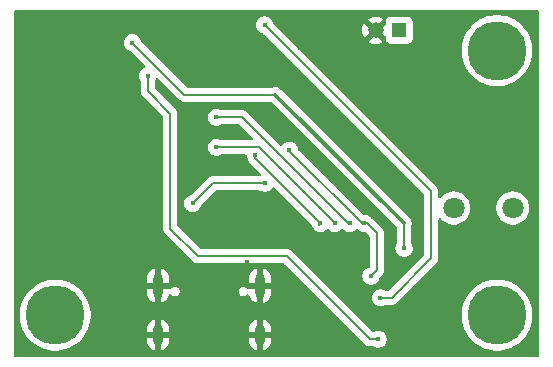
<source format=gbr>
%TF.GenerationSoftware,KiCad,Pcbnew,9.0.5*%
%TF.CreationDate,2025-11-11T23:36:27-05:00*%
%TF.ProjectId,F25,4632352e-6b69-4636-9164-5f7063625858,v1.0.1*%
%TF.SameCoordinates,Original*%
%TF.FileFunction,Copper,L2,Bot*%
%TF.FilePolarity,Positive*%
%FSLAX46Y46*%
G04 Gerber Fmt 4.6, Leading zero omitted, Abs format (unit mm)*
G04 Created by KiCad (PCBNEW 9.0.5) date 2025-11-11 23:36:27*
%MOMM*%
%LPD*%
G01*
G04 APERTURE LIST*
%TA.AperFunction,ComponentPad*%
%ADD10C,0.600000*%
%TD*%
%TA.AperFunction,ComponentPad*%
%ADD11C,5.000000*%
%TD*%
%TA.AperFunction,HeatsinkPad*%
%ADD12C,0.600000*%
%TD*%
%TA.AperFunction,ComponentPad*%
%ADD13R,1.308000X1.308000*%
%TD*%
%TA.AperFunction,ComponentPad*%
%ADD14C,1.308000*%
%TD*%
%TA.AperFunction,HeatsinkPad*%
%ADD15O,0.900000X2.000000*%
%TD*%
%TA.AperFunction,HeatsinkPad*%
%ADD16O,0.900000X1.700000*%
%TD*%
%TA.AperFunction,ComponentPad*%
%ADD17C,1.800000*%
%TD*%
%TA.AperFunction,ViaPad*%
%ADD18C,0.450000*%
%TD*%
%TA.AperFunction,Conductor*%
%ADD19C,0.200000*%
%TD*%
%TA.AperFunction,Conductor*%
%ADD20C,0.300000*%
%TD*%
G04 APERTURE END LIST*
D10*
%TO.P,H3,1*%
%TO.N,N/C*%
X137500000Y-111500000D03*
X138090000Y-110090000D03*
X138090000Y-112910000D03*
D11*
X139470000Y-111465000D03*
D10*
X139500000Y-109500000D03*
X139500000Y-113500000D03*
X140910000Y-110090000D03*
X140910000Y-112910000D03*
X141500000Y-111500000D03*
%TD*%
D12*
%TO.P,U4,41,EPAD(GND)*%
%TO.N,BAT-*%
X144150000Y-98250000D03*
X145550000Y-98250000D03*
X143450000Y-97550000D03*
X144850000Y-97550000D03*
X146250000Y-97550000D03*
X144150000Y-96850000D03*
X145550000Y-96850000D03*
X143450000Y-96150000D03*
X144850000Y-96150000D03*
X146250000Y-96150000D03*
X144150000Y-95450000D03*
X145550000Y-95450000D03*
%TD*%
D13*
%TO.P,J3,1,1*%
%TO.N,BAT+*%
X168600000Y-87350000D03*
D14*
%TO.P,J3,2,2*%
%TO.N,BAT-*%
X166600000Y-87350000D03*
%TD*%
D15*
%TO.P,J4,S1,SHIELD*%
%TO.N,BAT-*%
X148180000Y-108970000D03*
D16*
X148180000Y-113140000D03*
D15*
X156820000Y-108970000D03*
D16*
X156820000Y-113140000D03*
%TD*%
D17*
%TO.P,LS1,1*%
%TO.N,Net-(LS1-Pad1)*%
X178199990Y-102400000D03*
%TO.P,LS1,2*%
%TO.N,Net-(Q1-D)*%
X173200010Y-102400000D03*
%TD*%
D10*
%TO.P,H1,1*%
%TO.N,N/C*%
X174900000Y-89100000D03*
X175490000Y-87690000D03*
X175490000Y-90510000D03*
D11*
X176870000Y-89065000D03*
D10*
X176900000Y-87100000D03*
X176900000Y-91100000D03*
X178310000Y-87690000D03*
X178310000Y-90510000D03*
X178900000Y-89100000D03*
%TD*%
%TO.P,H2,1*%
%TO.N,N/C*%
X174900000Y-111500000D03*
X175490000Y-110090000D03*
X175490000Y-112910000D03*
D11*
X176870000Y-111465000D03*
D10*
X176900000Y-109500000D03*
X176900000Y-113500000D03*
X178310000Y-110090000D03*
X178310000Y-112910000D03*
X178900000Y-111500000D03*
%TD*%
D18*
%TO.N,BAT-*%
X149300000Y-107000000D03*
X167800000Y-108500000D03*
X171200000Y-94500000D03*
X162500000Y-95500000D03*
X165000000Y-114500000D03*
X163150000Y-108100000D03*
X158900000Y-104690001D03*
X164400000Y-108090509D03*
X160475000Y-109275000D03*
X136500000Y-107000000D03*
X155700000Y-107000000D03*
X137100000Y-88500000D03*
X142100000Y-107900000D03*
X173100000Y-113700000D03*
X164300000Y-95800000D03*
X169100000Y-95800000D03*
X171700000Y-110600000D03*
X169700000Y-96800000D03*
X136500000Y-106000000D03*
X157900000Y-104690001D03*
X163500000Y-89100000D03*
X165600000Y-102200000D03*
X146500001Y-109800000D03*
%TO.N,/SDA*%
X157200000Y-100300000D03*
X151100000Y-102000000D03*
%TO.N,/MOSI*%
X153100000Y-97255000D03*
X163150000Y-103700000D03*
%TO.N,/ESP_IO0*%
X167000000Y-110000000D03*
X157200000Y-86900000D03*
%TO.N,/BUZZER*%
X146000000Y-88400000D03*
X169000000Y-105800000D03*
%TO.N,/LED*%
X147290000Y-91200000D03*
X166800000Y-113500000D03*
%TO.N,/SCK*%
X156400000Y-97900000D03*
X161900000Y-103700000D03*
%TO.N,/CS*%
X159300000Y-97500000D03*
X165650000Y-103700000D03*
X166200000Y-108150000D03*
%TO.N,/MISO*%
X164400000Y-103700000D03*
X153100000Y-94715000D03*
%TD*%
D19*
%TO.N,/SDA*%
X157200000Y-100300000D02*
X152800000Y-100300000D01*
X152800000Y-100300000D02*
X151100000Y-102000000D01*
%TO.N,/MOSI*%
X153100000Y-97200000D02*
X153155000Y-97255000D01*
X153155000Y-97255000D02*
X156755000Y-97255000D01*
X163150000Y-103650000D02*
X163150000Y-103774999D01*
X156755000Y-97255000D02*
X163150000Y-103650000D01*
%TO.N,/ESP_IO0*%
X167943877Y-110000000D02*
X171300000Y-106643877D01*
X171300000Y-101000000D02*
X157200000Y-86900000D01*
X171300000Y-106643877D02*
X171300000Y-101000000D01*
X167000000Y-110000000D02*
X167943877Y-110000000D01*
%TO.N,/BUZZER*%
X158100000Y-92800000D02*
X150400000Y-92800000D01*
X169000000Y-105800000D02*
X169000000Y-103700000D01*
X150400000Y-92800000D02*
X146000000Y-88400000D01*
D20*
X169000000Y-103700000D02*
X158100000Y-92800000D01*
D19*
%TO.N,/LED*%
X149200000Y-94400000D02*
X149200000Y-104149943D01*
X151524057Y-106474000D02*
X159074000Y-106474000D01*
X149200000Y-104149943D02*
X151524057Y-106474000D01*
X159074000Y-106474000D02*
X166100000Y-113500000D01*
X166100000Y-113500000D02*
X166800000Y-113500000D01*
X147290000Y-91200000D02*
X147290000Y-92490000D01*
X147290000Y-92490000D02*
X149200000Y-94400000D01*
%TO.N,/SCK*%
X156400000Y-98187499D02*
X156400000Y-97900000D01*
X161825001Y-103612500D02*
X156400000Y-98187499D01*
X161825001Y-103800000D02*
X161825001Y-103612500D01*
%TO.N,/CS*%
X166700000Y-107645836D02*
X166700000Y-104556123D01*
X159300000Y-97550000D02*
X159300000Y-97500000D01*
X166186345Y-108159491D02*
X166700000Y-107645836D01*
X165843877Y-103700000D02*
X165450000Y-103700000D01*
X165450000Y-103700000D02*
X159300000Y-97550000D01*
X166700000Y-104556123D02*
X165843877Y-103700000D01*
%TO.N,/MISO*%
X153100000Y-94700000D02*
X153115000Y-94715000D01*
X153115000Y-94715000D02*
X155315000Y-94715000D01*
X155315000Y-94715000D02*
X164374999Y-103774999D01*
%TD*%
%TA.AperFunction,Conductor*%
%TO.N,BAT-*%
G36*
X180347539Y-85640185D02*
G01*
X180393294Y-85692989D01*
X180404500Y-85744500D01*
X180404500Y-114895500D01*
X180384815Y-114962539D01*
X180332011Y-115008294D01*
X180280500Y-115019500D01*
X136129500Y-115019500D01*
X136062461Y-114999815D01*
X136016706Y-114947011D01*
X136005500Y-114895500D01*
X136005500Y-111296491D01*
X136469500Y-111296491D01*
X136469500Y-111633508D01*
X136507231Y-111968381D01*
X136507233Y-111968397D01*
X136582223Y-112296953D01*
X136582227Y-112296965D01*
X136693532Y-112615054D01*
X136839752Y-112918683D01*
X136839754Y-112918686D01*
X137019054Y-113204039D01*
X137229175Y-113467523D01*
X137467477Y-113705825D01*
X137730961Y-113915946D01*
X138016314Y-114095246D01*
X138319949Y-114241469D01*
X138558848Y-114325063D01*
X138638034Y-114352772D01*
X138638046Y-114352776D01*
X138966606Y-114427767D01*
X139301492Y-114465499D01*
X139301493Y-114465500D01*
X139301496Y-114465500D01*
X139638507Y-114465500D01*
X139638507Y-114465499D01*
X139973394Y-114427767D01*
X140301954Y-114352776D01*
X140620051Y-114241469D01*
X140923686Y-114095246D01*
X141209039Y-113915946D01*
X141472523Y-113705825D01*
X141710825Y-113467523D01*
X141920946Y-113204039D01*
X142100246Y-112918686D01*
X142231359Y-112646428D01*
X147230000Y-112646428D01*
X147230000Y-112890000D01*
X147880000Y-112890000D01*
X147880000Y-113390000D01*
X147230000Y-113390000D01*
X147230000Y-113633571D01*
X147266506Y-113817097D01*
X147266508Y-113817105D01*
X147338119Y-113989991D01*
X147338124Y-113990000D01*
X147442086Y-114145589D01*
X147442089Y-114145593D01*
X147574406Y-114277910D01*
X147574410Y-114277913D01*
X147729999Y-114381875D01*
X147730012Y-114381882D01*
X147902889Y-114453489D01*
X147902896Y-114453491D01*
X147930000Y-114458882D01*
X147930000Y-113706988D01*
X147939940Y-113724205D01*
X147995795Y-113780060D01*
X148064204Y-113819556D01*
X148140504Y-113840000D01*
X148219496Y-113840000D01*
X148295796Y-113819556D01*
X148364205Y-113780060D01*
X148420060Y-113724205D01*
X148430000Y-113706988D01*
X148430000Y-114458881D01*
X148457103Y-114453491D01*
X148457110Y-114453489D01*
X148629987Y-114381882D01*
X148630000Y-114381875D01*
X148785589Y-114277913D01*
X148785593Y-114277910D01*
X148917910Y-114145593D01*
X148917913Y-114145589D01*
X149021875Y-113990000D01*
X149021880Y-113989991D01*
X149093491Y-113817105D01*
X149093493Y-113817097D01*
X149129999Y-113633571D01*
X149130000Y-113633569D01*
X149130000Y-113390000D01*
X148480000Y-113390000D01*
X148480000Y-112890000D01*
X149130000Y-112890000D01*
X149130000Y-112646430D01*
X149129999Y-112646428D01*
X155870000Y-112646428D01*
X155870000Y-112890000D01*
X156520000Y-112890000D01*
X156520000Y-113390000D01*
X155870000Y-113390000D01*
X155870000Y-113633571D01*
X155906506Y-113817097D01*
X155906508Y-113817105D01*
X155978119Y-113989991D01*
X155978124Y-113990000D01*
X156082086Y-114145589D01*
X156082089Y-114145593D01*
X156214406Y-114277910D01*
X156214410Y-114277913D01*
X156369999Y-114381875D01*
X156370012Y-114381882D01*
X156542889Y-114453489D01*
X156542896Y-114453491D01*
X156570000Y-114458882D01*
X156570000Y-113706988D01*
X156579940Y-113724205D01*
X156635795Y-113780060D01*
X156704204Y-113819556D01*
X156780504Y-113840000D01*
X156859496Y-113840000D01*
X156935796Y-113819556D01*
X157004205Y-113780060D01*
X157060060Y-113724205D01*
X157070000Y-113706988D01*
X157070000Y-114458881D01*
X157097103Y-114453491D01*
X157097110Y-114453489D01*
X157269987Y-114381882D01*
X157270000Y-114381875D01*
X157425589Y-114277913D01*
X157425593Y-114277910D01*
X157557910Y-114145593D01*
X157557913Y-114145589D01*
X157661875Y-113990000D01*
X157661880Y-113989991D01*
X157733491Y-113817105D01*
X157733493Y-113817097D01*
X157769999Y-113633571D01*
X157770000Y-113633569D01*
X157770000Y-113390000D01*
X157120000Y-113390000D01*
X157120000Y-112890000D01*
X157770000Y-112890000D01*
X157770000Y-112646430D01*
X157769999Y-112646428D01*
X157733493Y-112462902D01*
X157733491Y-112462894D01*
X157661880Y-112290008D01*
X157661875Y-112289999D01*
X157557913Y-112134410D01*
X157557910Y-112134406D01*
X157425593Y-112002089D01*
X157425589Y-112002086D01*
X157270000Y-111898124D01*
X157269991Y-111898119D01*
X157097103Y-111826507D01*
X157097100Y-111826506D01*
X157070000Y-111821115D01*
X157070000Y-112573011D01*
X157060060Y-112555795D01*
X157004205Y-112499940D01*
X156935796Y-112460444D01*
X156859496Y-112440000D01*
X156780504Y-112440000D01*
X156704204Y-112460444D01*
X156635795Y-112499940D01*
X156579940Y-112555795D01*
X156570000Y-112573011D01*
X156570000Y-111821116D01*
X156569999Y-111821115D01*
X156542899Y-111826506D01*
X156542896Y-111826507D01*
X156370008Y-111898119D01*
X156369999Y-111898124D01*
X156214410Y-112002086D01*
X156214406Y-112002089D01*
X156082089Y-112134406D01*
X156082086Y-112134410D01*
X155978124Y-112289999D01*
X155978119Y-112290008D01*
X155906508Y-112462894D01*
X155906506Y-112462902D01*
X155870000Y-112646428D01*
X149129999Y-112646428D01*
X149093493Y-112462902D01*
X149093491Y-112462894D01*
X149021880Y-112290008D01*
X149021875Y-112289999D01*
X148917913Y-112134410D01*
X148917910Y-112134406D01*
X148785593Y-112002089D01*
X148785589Y-112002086D01*
X148630000Y-111898124D01*
X148629991Y-111898119D01*
X148457103Y-111826507D01*
X148457100Y-111826506D01*
X148430000Y-111821115D01*
X148430000Y-112573011D01*
X148420060Y-112555795D01*
X148364205Y-112499940D01*
X148295796Y-112460444D01*
X148219496Y-112440000D01*
X148140504Y-112440000D01*
X148064204Y-112460444D01*
X147995795Y-112499940D01*
X147939940Y-112555795D01*
X147930000Y-112573011D01*
X147930000Y-111821116D01*
X147929999Y-111821115D01*
X147902899Y-111826506D01*
X147902896Y-111826507D01*
X147730008Y-111898119D01*
X147729999Y-111898124D01*
X147574410Y-112002086D01*
X147574406Y-112002089D01*
X147442089Y-112134406D01*
X147442086Y-112134410D01*
X147338124Y-112289999D01*
X147338119Y-112290008D01*
X147266508Y-112462894D01*
X147266506Y-112462902D01*
X147230000Y-112646428D01*
X142231359Y-112646428D01*
X142246469Y-112615051D01*
X142357776Y-112296954D01*
X142432767Y-111968394D01*
X142470500Y-111633504D01*
X142470500Y-111296496D01*
X142432767Y-110961606D01*
X142357776Y-110633046D01*
X142246469Y-110314949D01*
X142100246Y-110011314D01*
X141920946Y-109725961D01*
X141710825Y-109462477D01*
X141472523Y-109224175D01*
X141447333Y-109204087D01*
X141353829Y-109129520D01*
X141209039Y-109014054D01*
X140944162Y-108847620D01*
X140923683Y-108834752D01*
X140620054Y-108688532D01*
X140301965Y-108577227D01*
X140301953Y-108577223D01*
X139973397Y-108502233D01*
X139973381Y-108502231D01*
X139638508Y-108464500D01*
X139638504Y-108464500D01*
X139301496Y-108464500D01*
X139301491Y-108464500D01*
X138966618Y-108502231D01*
X138966602Y-108502233D01*
X138638046Y-108577223D01*
X138638034Y-108577227D01*
X138319945Y-108688532D01*
X138016316Y-108834752D01*
X137730962Y-109014053D01*
X137467477Y-109224174D01*
X137229174Y-109462477D01*
X137019053Y-109725962D01*
X136839752Y-110011316D01*
X136693532Y-110314945D01*
X136582227Y-110633034D01*
X136582223Y-110633046D01*
X136507233Y-110961602D01*
X136507231Y-110961618D01*
X136469500Y-111296491D01*
X136005500Y-111296491D01*
X136005500Y-108326428D01*
X147230000Y-108326428D01*
X147230000Y-108720000D01*
X147880000Y-108720000D01*
X147880000Y-109220000D01*
X147230000Y-109220000D01*
X147230000Y-109613571D01*
X147266506Y-109797097D01*
X147266508Y-109797105D01*
X147338119Y-109969991D01*
X147338124Y-109970000D01*
X147442086Y-110125589D01*
X147442089Y-110125593D01*
X147574406Y-110257910D01*
X147574410Y-110257913D01*
X147729999Y-110361875D01*
X147730012Y-110361882D01*
X147902889Y-110433489D01*
X147902896Y-110433491D01*
X147930000Y-110438882D01*
X147930000Y-109686988D01*
X147939940Y-109704205D01*
X147995795Y-109760060D01*
X148064204Y-109799556D01*
X148140504Y-109820000D01*
X148219496Y-109820000D01*
X148295796Y-109799556D01*
X148364205Y-109760060D01*
X148420060Y-109704205D01*
X148430000Y-109686988D01*
X148430000Y-110438881D01*
X148457103Y-110433491D01*
X148457110Y-110433489D01*
X148629987Y-110361882D01*
X148630000Y-110361875D01*
X148785589Y-110257913D01*
X148785593Y-110257910D01*
X148917910Y-110125593D01*
X148917913Y-110125589D01*
X149021875Y-109970000D01*
X149021880Y-109969991D01*
X149093491Y-109797105D01*
X149093493Y-109797100D01*
X149097544Y-109776731D01*
X149129926Y-109714818D01*
X149190640Y-109680242D01*
X149260410Y-109683979D01*
X149306843Y-109713236D01*
X149364087Y-109770480D01*
X149455413Y-109823207D01*
X149557273Y-109850500D01*
X149557275Y-109850500D01*
X149662725Y-109850500D01*
X149662727Y-109850500D01*
X149764587Y-109823207D01*
X149855913Y-109770480D01*
X149930480Y-109695913D01*
X149983207Y-109604587D01*
X150010500Y-109502727D01*
X150010500Y-109397273D01*
X154989500Y-109397273D01*
X154989500Y-109502727D01*
X155016793Y-109604587D01*
X155069520Y-109695913D01*
X155144087Y-109770480D01*
X155235413Y-109823207D01*
X155337273Y-109850500D01*
X155337275Y-109850500D01*
X155442725Y-109850500D01*
X155442727Y-109850500D01*
X155544587Y-109823207D01*
X155635913Y-109770480D01*
X155693159Y-109713233D01*
X155754478Y-109679751D01*
X155824170Y-109684735D01*
X155880104Y-109726606D01*
X155902454Y-109776726D01*
X155906506Y-109797098D01*
X155906508Y-109797105D01*
X155978119Y-109969991D01*
X155978124Y-109970000D01*
X156082086Y-110125589D01*
X156082089Y-110125593D01*
X156214406Y-110257910D01*
X156214410Y-110257913D01*
X156369999Y-110361875D01*
X156370012Y-110361882D01*
X156542889Y-110433489D01*
X156542896Y-110433491D01*
X156570000Y-110438882D01*
X156570000Y-109686988D01*
X156579940Y-109704205D01*
X156635795Y-109760060D01*
X156704204Y-109799556D01*
X156780504Y-109820000D01*
X156859496Y-109820000D01*
X156935796Y-109799556D01*
X157004205Y-109760060D01*
X157060060Y-109704205D01*
X157070000Y-109686988D01*
X157070000Y-110438881D01*
X157097103Y-110433491D01*
X157097110Y-110433489D01*
X157269987Y-110361882D01*
X157270000Y-110361875D01*
X157425589Y-110257913D01*
X157425593Y-110257910D01*
X157557910Y-110125593D01*
X157557913Y-110125589D01*
X157661875Y-109970000D01*
X157661880Y-109969991D01*
X157733491Y-109797105D01*
X157733493Y-109797097D01*
X157769999Y-109613571D01*
X157770000Y-109613569D01*
X157770000Y-109220000D01*
X157120000Y-109220000D01*
X157120000Y-108720000D01*
X157770000Y-108720000D01*
X157770000Y-108326430D01*
X157769999Y-108326428D01*
X157733493Y-108142902D01*
X157733491Y-108142894D01*
X157661880Y-107970008D01*
X157661875Y-107969999D01*
X157557913Y-107814410D01*
X157557910Y-107814406D01*
X157425593Y-107682089D01*
X157425589Y-107682086D01*
X157270000Y-107578124D01*
X157269991Y-107578119D01*
X157097103Y-107506507D01*
X157097100Y-107506506D01*
X157070000Y-107501115D01*
X157070000Y-108253011D01*
X157060060Y-108235795D01*
X157004205Y-108179940D01*
X156935796Y-108140444D01*
X156859496Y-108120000D01*
X156780504Y-108120000D01*
X156704204Y-108140444D01*
X156635795Y-108179940D01*
X156579940Y-108235795D01*
X156570000Y-108253011D01*
X156570000Y-107501116D01*
X156569999Y-107501115D01*
X156542899Y-107506506D01*
X156542896Y-107506507D01*
X156370008Y-107578119D01*
X156369999Y-107578124D01*
X156214410Y-107682086D01*
X156214406Y-107682089D01*
X156082089Y-107814406D01*
X156082086Y-107814410D01*
X155978124Y-107969999D01*
X155978119Y-107970008D01*
X155906508Y-108142894D01*
X155906506Y-108142902D01*
X155870000Y-108326428D01*
X155870000Y-108720000D01*
X156520000Y-108720000D01*
X156520000Y-109220000D01*
X155856799Y-109220000D01*
X155824551Y-109237608D01*
X155754860Y-109232622D01*
X155710515Y-109204122D01*
X155635914Y-109129521D01*
X155635913Y-109129520D01*
X155544587Y-109076793D01*
X155442727Y-109049500D01*
X155337273Y-109049500D01*
X155235413Y-109076793D01*
X155235410Y-109076794D01*
X155144085Y-109129521D01*
X155069521Y-109204085D01*
X155016794Y-109295410D01*
X155016793Y-109295413D01*
X154989500Y-109397273D01*
X150010500Y-109397273D01*
X149983207Y-109295413D01*
X149930480Y-109204087D01*
X149855913Y-109129520D01*
X149764587Y-109076793D01*
X149662727Y-109049500D01*
X149557273Y-109049500D01*
X149455413Y-109076793D01*
X149455410Y-109076794D01*
X149364087Y-109129520D01*
X149289484Y-109204123D01*
X149228160Y-109237607D01*
X149158469Y-109232622D01*
X149138829Y-109220000D01*
X148480000Y-109220000D01*
X148480000Y-108720000D01*
X149130000Y-108720000D01*
X149130000Y-108326430D01*
X149129999Y-108326428D01*
X149093493Y-108142902D01*
X149093491Y-108142894D01*
X149021880Y-107970008D01*
X149021875Y-107969999D01*
X148917913Y-107814410D01*
X148917910Y-107814406D01*
X148785593Y-107682089D01*
X148785589Y-107682086D01*
X148630000Y-107578124D01*
X148629991Y-107578119D01*
X148457103Y-107506507D01*
X148457100Y-107506506D01*
X148430000Y-107501115D01*
X148430000Y-108253011D01*
X148420060Y-108235795D01*
X148364205Y-108179940D01*
X148295796Y-108140444D01*
X148219496Y-108120000D01*
X148140504Y-108120000D01*
X148064204Y-108140444D01*
X147995795Y-108179940D01*
X147939940Y-108235795D01*
X147930000Y-108253011D01*
X147930000Y-107501116D01*
X147929999Y-107501115D01*
X147902899Y-107506506D01*
X147902896Y-107506507D01*
X147730008Y-107578119D01*
X147729999Y-107578124D01*
X147574410Y-107682086D01*
X147574406Y-107682089D01*
X147442089Y-107814406D01*
X147442086Y-107814410D01*
X147338124Y-107969999D01*
X147338119Y-107970008D01*
X147266508Y-108142894D01*
X147266506Y-108142902D01*
X147230000Y-108326428D01*
X136005500Y-108326428D01*
X136005500Y-88471457D01*
X145274499Y-88471457D01*
X145302379Y-88611614D01*
X145302381Y-88611620D01*
X145357069Y-88743650D01*
X145357074Y-88743659D01*
X145436467Y-88862478D01*
X145436470Y-88862482D01*
X145537517Y-88963529D01*
X145537521Y-88963532D01*
X145656340Y-89042925D01*
X145656346Y-89042928D01*
X145656347Y-89042929D01*
X145788380Y-89097619D01*
X145826391Y-89105179D01*
X145888302Y-89137564D01*
X145889881Y-89139116D01*
X147070734Y-90319969D01*
X147104219Y-90381292D01*
X147099235Y-90450984D01*
X147057363Y-90506917D01*
X147030506Y-90522211D01*
X146946349Y-90557069D01*
X146946340Y-90557074D01*
X146827521Y-90636467D01*
X146827517Y-90636470D01*
X146726470Y-90737517D01*
X146726467Y-90737521D01*
X146647074Y-90856340D01*
X146647069Y-90856349D01*
X146592381Y-90988379D01*
X146592379Y-90988385D01*
X146564500Y-91128542D01*
X146564500Y-91128545D01*
X146564500Y-91271455D01*
X146564500Y-91271457D01*
X146564499Y-91271457D01*
X146592379Y-91411614D01*
X146592381Y-91411620D01*
X146647070Y-91543651D01*
X146668601Y-91575874D01*
X146689480Y-91642551D01*
X146689500Y-91644766D01*
X146689500Y-92403330D01*
X146689499Y-92403348D01*
X146689499Y-92569054D01*
X146689498Y-92569054D01*
X146730423Y-92721785D01*
X146759358Y-92771900D01*
X146759359Y-92771904D01*
X146759360Y-92771904D01*
X146809479Y-92858714D01*
X146809481Y-92858717D01*
X146928349Y-92977585D01*
X146928355Y-92977590D01*
X148563181Y-94612416D01*
X148596666Y-94673739D01*
X148599500Y-94700097D01*
X148599500Y-104063273D01*
X148599499Y-104063291D01*
X148599499Y-104228997D01*
X148599498Y-104228997D01*
X148599499Y-104229000D01*
X148640423Y-104381728D01*
X148640424Y-104381730D01*
X148640423Y-104381730D01*
X148649598Y-104397620D01*
X148649599Y-104397621D01*
X148719477Y-104518655D01*
X148719481Y-104518660D01*
X148838349Y-104637528D01*
X148838355Y-104637533D01*
X151039196Y-106838374D01*
X151039206Y-106838385D01*
X151043536Y-106842715D01*
X151043537Y-106842716D01*
X151155341Y-106954520D01*
X151242152Y-107004639D01*
X151242154Y-107004641D01*
X151280208Y-107026611D01*
X151292272Y-107033577D01*
X151445000Y-107074501D01*
X151445003Y-107074501D01*
X151610710Y-107074501D01*
X151610726Y-107074500D01*
X158773903Y-107074500D01*
X158840942Y-107094185D01*
X158861584Y-107110819D01*
X165615139Y-113864374D01*
X165615149Y-113864385D01*
X165619479Y-113868715D01*
X165619480Y-113868716D01*
X165731284Y-113980520D01*
X165731286Y-113980521D01*
X165731290Y-113980524D01*
X165868209Y-114059573D01*
X165868216Y-114059577D01*
X165980019Y-114089534D01*
X166020942Y-114100500D01*
X166020943Y-114100500D01*
X166355233Y-114100500D01*
X166422272Y-114120185D01*
X166424124Y-114121398D01*
X166456348Y-114142930D01*
X166522363Y-114170274D01*
X166588380Y-114197619D01*
X166588384Y-114197619D01*
X166588385Y-114197620D01*
X166728542Y-114225500D01*
X166728545Y-114225500D01*
X166871457Y-114225500D01*
X166965751Y-114206742D01*
X167011620Y-114197619D01*
X167143653Y-114142929D01*
X167262479Y-114063532D01*
X167363532Y-113962479D01*
X167442929Y-113843653D01*
X167497619Y-113711620D01*
X167525500Y-113571455D01*
X167525500Y-113428545D01*
X167525500Y-113428542D01*
X167497620Y-113288385D01*
X167497619Y-113288384D01*
X167497619Y-113288380D01*
X167442929Y-113156347D01*
X167442928Y-113156346D01*
X167442925Y-113156340D01*
X167363532Y-113037521D01*
X167363529Y-113037517D01*
X167262482Y-112936470D01*
X167262478Y-112936467D01*
X167143659Y-112857074D01*
X167143650Y-112857069D01*
X167011620Y-112802381D01*
X167011614Y-112802379D01*
X166871457Y-112774500D01*
X166871455Y-112774500D01*
X166728545Y-112774500D01*
X166728543Y-112774500D01*
X166588385Y-112802379D01*
X166588379Y-112802381D01*
X166456348Y-112857070D01*
X166456344Y-112857072D01*
X166451017Y-112860632D01*
X166384340Y-112881510D01*
X166316960Y-112863025D01*
X166294446Y-112845211D01*
X164745726Y-111296491D01*
X173869500Y-111296491D01*
X173869500Y-111633508D01*
X173907231Y-111968381D01*
X173907233Y-111968397D01*
X173982223Y-112296953D01*
X173982227Y-112296965D01*
X174093532Y-112615054D01*
X174239752Y-112918683D01*
X174239754Y-112918686D01*
X174419054Y-113204039D01*
X174629175Y-113467523D01*
X174867477Y-113705825D01*
X175130961Y-113915946D01*
X175416314Y-114095246D01*
X175719949Y-114241469D01*
X175958848Y-114325063D01*
X176038034Y-114352772D01*
X176038046Y-114352776D01*
X176366606Y-114427767D01*
X176701492Y-114465499D01*
X176701493Y-114465500D01*
X176701496Y-114465500D01*
X177038507Y-114465500D01*
X177038507Y-114465499D01*
X177373394Y-114427767D01*
X177701954Y-114352776D01*
X178020051Y-114241469D01*
X178323686Y-114095246D01*
X178609039Y-113915946D01*
X178872523Y-113705825D01*
X179110825Y-113467523D01*
X179320946Y-113204039D01*
X179500246Y-112918686D01*
X179646469Y-112615051D01*
X179757776Y-112296954D01*
X179832767Y-111968394D01*
X179870500Y-111633504D01*
X179870500Y-111296496D01*
X179832767Y-110961606D01*
X179757776Y-110633046D01*
X179646469Y-110314949D01*
X179500246Y-110011314D01*
X179320946Y-109725961D01*
X179110825Y-109462477D01*
X178872523Y-109224175D01*
X178847333Y-109204087D01*
X178753829Y-109129520D01*
X178609039Y-109014054D01*
X178344162Y-108847620D01*
X178323683Y-108834752D01*
X178020054Y-108688532D01*
X177701965Y-108577227D01*
X177701953Y-108577223D01*
X177373397Y-108502233D01*
X177373381Y-108502231D01*
X177038508Y-108464500D01*
X177038504Y-108464500D01*
X176701496Y-108464500D01*
X176701491Y-108464500D01*
X176366618Y-108502231D01*
X176366602Y-108502233D01*
X176038046Y-108577223D01*
X176038034Y-108577227D01*
X175719945Y-108688532D01*
X175416316Y-108834752D01*
X175130962Y-109014053D01*
X174867477Y-109224174D01*
X174629174Y-109462477D01*
X174419053Y-109725962D01*
X174239752Y-110011316D01*
X174093532Y-110314945D01*
X173982227Y-110633034D01*
X173982223Y-110633046D01*
X173907233Y-110961602D01*
X173907231Y-110961618D01*
X173869500Y-111296491D01*
X164745726Y-111296491D01*
X159561590Y-106112355D01*
X159561588Y-106112352D01*
X159442717Y-105993481D01*
X159442716Y-105993480D01*
X159355904Y-105943360D01*
X159355904Y-105943359D01*
X159355900Y-105943358D01*
X159305785Y-105914423D01*
X159153057Y-105873499D01*
X158994943Y-105873499D01*
X158987347Y-105873499D01*
X158987331Y-105873500D01*
X151824154Y-105873500D01*
X151757115Y-105853815D01*
X151736473Y-105837181D01*
X149836819Y-103937527D01*
X149803334Y-103876204D01*
X149800500Y-103849846D01*
X149800500Y-102071457D01*
X150374499Y-102071457D01*
X150402379Y-102211614D01*
X150402381Y-102211620D01*
X150457069Y-102343650D01*
X150457074Y-102343659D01*
X150536467Y-102462478D01*
X150536470Y-102462482D01*
X150637517Y-102563529D01*
X150637521Y-102563532D01*
X150756340Y-102642925D01*
X150756346Y-102642928D01*
X150756347Y-102642929D01*
X150888380Y-102697619D01*
X150888384Y-102697619D01*
X150888385Y-102697620D01*
X151028542Y-102725500D01*
X151028545Y-102725500D01*
X151171457Y-102725500D01*
X151265751Y-102706742D01*
X151311620Y-102697619D01*
X151443653Y-102642929D01*
X151562479Y-102563532D01*
X151663532Y-102462479D01*
X151742929Y-102343653D01*
X151797619Y-102211620D01*
X151805180Y-102173606D01*
X151837563Y-102111697D01*
X151839057Y-102110176D01*
X153012416Y-100936819D01*
X153073739Y-100903334D01*
X153100097Y-100900500D01*
X156755233Y-100900500D01*
X156822272Y-100920185D01*
X156824124Y-100921398D01*
X156856348Y-100942930D01*
X156922363Y-100970274D01*
X156988380Y-100997619D01*
X156988384Y-100997619D01*
X156988385Y-100997620D01*
X157128542Y-101025500D01*
X157128545Y-101025500D01*
X157271457Y-101025500D01*
X157365751Y-101006742D01*
X157411620Y-100997619D01*
X157543653Y-100942929D01*
X157662479Y-100863532D01*
X157763532Y-100762479D01*
X157819086Y-100679337D01*
X157824671Y-100670979D01*
X157878283Y-100626173D01*
X157947608Y-100617466D01*
X158010635Y-100647620D01*
X158015454Y-100652188D01*
X161157779Y-103794513D01*
X161191264Y-103855836D01*
X161191715Y-103858002D01*
X161202379Y-103911614D01*
X161202380Y-103911618D01*
X161257069Y-104043650D01*
X161257074Y-104043659D01*
X161336466Y-104162477D01*
X161336467Y-104162478D01*
X161336468Y-104162479D01*
X161437521Y-104263532D01*
X161437524Y-104263534D01*
X161437526Y-104263536D01*
X161437525Y-104263536D01*
X161442876Y-104267111D01*
X161456285Y-104280520D01*
X161505278Y-104308806D01*
X161528522Y-104324337D01*
X161556339Y-104342924D01*
X161556341Y-104342925D01*
X161556347Y-104342929D01*
X161584782Y-104354707D01*
X161593217Y-104359577D01*
X161602623Y-104362097D01*
X161688380Y-104397619D01*
X161688384Y-104397619D01*
X161688385Y-104397620D01*
X161828542Y-104425500D01*
X161828545Y-104425500D01*
X161971457Y-104425500D01*
X162065751Y-104406742D01*
X162111620Y-104397619D01*
X162243653Y-104342929D01*
X162362479Y-104263532D01*
X162397014Y-104228997D01*
X162437319Y-104188693D01*
X162498642Y-104155208D01*
X162568334Y-104160192D01*
X162612681Y-104188693D01*
X162687517Y-104263529D01*
X162687521Y-104263532D01*
X162806340Y-104342925D01*
X162806349Y-104342930D01*
X162834782Y-104354707D01*
X162938380Y-104397619D01*
X162938384Y-104397619D01*
X162938385Y-104397620D01*
X163078542Y-104425500D01*
X163078545Y-104425500D01*
X163221457Y-104425500D01*
X163315751Y-104406742D01*
X163361620Y-104397619D01*
X163493653Y-104342929D01*
X163612479Y-104263532D01*
X163647014Y-104228997D01*
X163687319Y-104188693D01*
X163748642Y-104155208D01*
X163818334Y-104160192D01*
X163862681Y-104188693D01*
X163937517Y-104263529D01*
X163937521Y-104263532D01*
X164056340Y-104342925D01*
X164056349Y-104342930D01*
X164084782Y-104354707D01*
X164188380Y-104397619D01*
X164188384Y-104397619D01*
X164188385Y-104397620D01*
X164328542Y-104425500D01*
X164328545Y-104425500D01*
X164471457Y-104425500D01*
X164565751Y-104406742D01*
X164611620Y-104397619D01*
X164743653Y-104342929D01*
X164862479Y-104263532D01*
X164927915Y-104198095D01*
X164952351Y-104184752D01*
X164975038Y-104168597D01*
X164982594Y-104168236D01*
X164989235Y-104164611D01*
X165017010Y-104166597D01*
X165044829Y-104165272D01*
X165054909Y-104169307D01*
X165058927Y-104169595D01*
X165077595Y-104178390D01*
X165122095Y-104204082D01*
X165147776Y-104223788D01*
X165187517Y-104263529D01*
X165187521Y-104263532D01*
X165306340Y-104342925D01*
X165306349Y-104342930D01*
X165334782Y-104354707D01*
X165438380Y-104397619D01*
X165438384Y-104397619D01*
X165438385Y-104397620D01*
X165578542Y-104425500D01*
X165578545Y-104425500D01*
X165668780Y-104425500D01*
X165735819Y-104445185D01*
X165756461Y-104461819D01*
X166063181Y-104768539D01*
X166096666Y-104829862D01*
X166099500Y-104856220D01*
X166099500Y-107328513D01*
X166079815Y-107395552D01*
X166027011Y-107441307D01*
X165999694Y-107450130D01*
X165988382Y-107452380D01*
X165988381Y-107452380D01*
X165856349Y-107507069D01*
X165856340Y-107507074D01*
X165737521Y-107586467D01*
X165737517Y-107586470D01*
X165636470Y-107687517D01*
X165636467Y-107687521D01*
X165557074Y-107806340D01*
X165557069Y-107806349D01*
X165502381Y-107938379D01*
X165502379Y-107938385D01*
X165474500Y-108078542D01*
X165474500Y-108078545D01*
X165474500Y-108221455D01*
X165474500Y-108221457D01*
X165474499Y-108221457D01*
X165502379Y-108361614D01*
X165502381Y-108361620D01*
X165557069Y-108493650D01*
X165557074Y-108493659D01*
X165636467Y-108612478D01*
X165636470Y-108612482D01*
X165737517Y-108713529D01*
X165737521Y-108713532D01*
X165856340Y-108792925D01*
X165856346Y-108792928D01*
X165856347Y-108792929D01*
X165988380Y-108847619D01*
X165988384Y-108847619D01*
X165988385Y-108847620D01*
X166128542Y-108875500D01*
X166128545Y-108875500D01*
X166271457Y-108875500D01*
X166365751Y-108856742D01*
X166411620Y-108847619D01*
X166543653Y-108792929D01*
X166662479Y-108713532D01*
X166763532Y-108612479D01*
X166842929Y-108493653D01*
X166897619Y-108361620D01*
X166906214Y-108318407D01*
X166914979Y-108301651D01*
X166918999Y-108283173D01*
X166937741Y-108258136D01*
X166938598Y-108256499D01*
X166940094Y-108254975D01*
X167058506Y-108136564D01*
X167058511Y-108136560D01*
X167068714Y-108126356D01*
X167068716Y-108126356D01*
X167180520Y-108014552D01*
X167230660Y-107927706D01*
X167259577Y-107877621D01*
X167300501Y-107724893D01*
X167300501Y-107566779D01*
X167300501Y-107559184D01*
X167300500Y-107559166D01*
X167300500Y-104645183D01*
X167300501Y-104645170D01*
X167300501Y-104477067D01*
X167291958Y-104445185D01*
X167259577Y-104324339D01*
X167250609Y-104308806D01*
X167180524Y-104187413D01*
X167180518Y-104187405D01*
X166333781Y-103340669D01*
X166324398Y-103331286D01*
X166324397Y-103331284D01*
X166212593Y-103219480D01*
X166174992Y-103197771D01*
X166165318Y-103189065D01*
X166164312Y-103187434D01*
X166160584Y-103184573D01*
X166112482Y-103136470D01*
X166112478Y-103136467D01*
X165993659Y-103057074D01*
X165993650Y-103057069D01*
X165861620Y-103002381D01*
X165861614Y-103002379D01*
X165721457Y-102974500D01*
X165721455Y-102974500D01*
X165625097Y-102974500D01*
X165558058Y-102954815D01*
X165537416Y-102938181D01*
X160051530Y-97452295D01*
X160018045Y-97390972D01*
X160017623Y-97388949D01*
X159997619Y-97288380D01*
X159942929Y-97156347D01*
X159942928Y-97156346D01*
X159942925Y-97156340D01*
X159863532Y-97037521D01*
X159863529Y-97037517D01*
X159762482Y-96936470D01*
X159762478Y-96936467D01*
X159643659Y-96857074D01*
X159643650Y-96857069D01*
X159511620Y-96802381D01*
X159511614Y-96802379D01*
X159371457Y-96774500D01*
X159371455Y-96774500D01*
X159228545Y-96774500D01*
X159228543Y-96774500D01*
X159088385Y-96802379D01*
X159088379Y-96802381D01*
X158956349Y-96857069D01*
X158956340Y-96857074D01*
X158837521Y-96936467D01*
X158837517Y-96936470D01*
X158736470Y-97037517D01*
X158736465Y-97037523D01*
X158720389Y-97061583D01*
X158666776Y-97106388D01*
X158597451Y-97115094D01*
X158534424Y-97084938D01*
X158529607Y-97080372D01*
X155802590Y-94353355D01*
X155802588Y-94353352D01*
X155683717Y-94234481D01*
X155683716Y-94234480D01*
X155596904Y-94184360D01*
X155596904Y-94184359D01*
X155596900Y-94184358D01*
X155546785Y-94155423D01*
X155394057Y-94114499D01*
X155235943Y-94114499D01*
X155228347Y-94114499D01*
X155228331Y-94114500D01*
X153544767Y-94114500D01*
X153477728Y-94094815D01*
X153475876Y-94093602D01*
X153443651Y-94072069D01*
X153311620Y-94017381D01*
X153311614Y-94017379D01*
X153171457Y-93989500D01*
X153171455Y-93989500D01*
X153028545Y-93989500D01*
X153028543Y-93989500D01*
X152888385Y-94017379D01*
X152888379Y-94017381D01*
X152756349Y-94072069D01*
X152756340Y-94072074D01*
X152637521Y-94151467D01*
X152637517Y-94151470D01*
X152536470Y-94252517D01*
X152536467Y-94252521D01*
X152457074Y-94371340D01*
X152457069Y-94371349D01*
X152402381Y-94503379D01*
X152402379Y-94503385D01*
X152374500Y-94643542D01*
X152374500Y-94643545D01*
X152374500Y-94786455D01*
X152374500Y-94786457D01*
X152374499Y-94786457D01*
X152402379Y-94926614D01*
X152402381Y-94926620D01*
X152457069Y-95058650D01*
X152457074Y-95058659D01*
X152536467Y-95177478D01*
X152536470Y-95177482D01*
X152637517Y-95278529D01*
X152637521Y-95278532D01*
X152756340Y-95357925D01*
X152756346Y-95357928D01*
X152756347Y-95357929D01*
X152888380Y-95412619D01*
X152888384Y-95412619D01*
X152888385Y-95412620D01*
X153028542Y-95440500D01*
X153028545Y-95440500D01*
X153171457Y-95440500D01*
X153265751Y-95421742D01*
X153311620Y-95412619D01*
X153443653Y-95357929D01*
X153475876Y-95336397D01*
X153542554Y-95315520D01*
X153544767Y-95315500D01*
X155014903Y-95315500D01*
X155081942Y-95335185D01*
X155102584Y-95351819D01*
X156193584Y-96442819D01*
X156227069Y-96504142D01*
X156222085Y-96573834D01*
X156180213Y-96629767D01*
X156114749Y-96654184D01*
X156105903Y-96654500D01*
X153544767Y-96654500D01*
X153477728Y-96634815D01*
X153475876Y-96633602D01*
X153443651Y-96612069D01*
X153311620Y-96557381D01*
X153311614Y-96557379D01*
X153171457Y-96529500D01*
X153171455Y-96529500D01*
X153028545Y-96529500D01*
X153028543Y-96529500D01*
X152888385Y-96557379D01*
X152888379Y-96557381D01*
X152756349Y-96612069D01*
X152756340Y-96612074D01*
X152637521Y-96691467D01*
X152637517Y-96691470D01*
X152536470Y-96792517D01*
X152536467Y-96792521D01*
X152457074Y-96911340D01*
X152457069Y-96911349D01*
X152402381Y-97043379D01*
X152402379Y-97043385D01*
X152374500Y-97183542D01*
X152374500Y-97183545D01*
X152374500Y-97326455D01*
X152374500Y-97326457D01*
X152374499Y-97326457D01*
X152402379Y-97466614D01*
X152402381Y-97466620D01*
X152457069Y-97598650D01*
X152457074Y-97598659D01*
X152536467Y-97717478D01*
X152536470Y-97717482D01*
X152637517Y-97818529D01*
X152637521Y-97818532D01*
X152756340Y-97897925D01*
X152756346Y-97897928D01*
X152756347Y-97897929D01*
X152888380Y-97952619D01*
X152888384Y-97952619D01*
X152888385Y-97952620D01*
X153028542Y-97980500D01*
X153028545Y-97980500D01*
X153171457Y-97980500D01*
X153265751Y-97961742D01*
X153311620Y-97952619D01*
X153443653Y-97897929D01*
X153475876Y-97876397D01*
X153542554Y-97855520D01*
X153544767Y-97855500D01*
X155550692Y-97855500D01*
X155617731Y-97875185D01*
X155663486Y-97927989D01*
X155674095Y-97967344D01*
X155674500Y-97971459D01*
X155702379Y-98111614D01*
X155702381Y-98111620D01*
X155757069Y-98243650D01*
X155757074Y-98243659D01*
X155806284Y-98317306D01*
X155818408Y-98340382D01*
X155821084Y-98347114D01*
X155840423Y-98419284D01*
X155865970Y-98463532D01*
X155919479Y-98556213D01*
X155919481Y-98556216D01*
X156038349Y-98675084D01*
X156038355Y-98675089D01*
X156847812Y-99484546D01*
X156857906Y-99503033D01*
X156871986Y-99518706D01*
X156874316Y-99533085D01*
X156881297Y-99545869D01*
X156879794Y-99566880D01*
X156883165Y-99587676D01*
X156877352Y-99601031D01*
X156876313Y-99615561D01*
X156863687Y-99632425D01*
X156855281Y-99651741D01*
X156836798Y-99668344D01*
X156834441Y-99671494D01*
X156829039Y-99675317D01*
X156824125Y-99678600D01*
X156757451Y-99699480D01*
X156755233Y-99699500D01*
X152879057Y-99699500D01*
X152720943Y-99699500D01*
X152568215Y-99740423D01*
X152568214Y-99740423D01*
X152568212Y-99740424D01*
X152568209Y-99740425D01*
X152518096Y-99769359D01*
X152518095Y-99769360D01*
X152474689Y-99794420D01*
X152431285Y-99819479D01*
X152431282Y-99819481D01*
X152319478Y-99931286D01*
X150989880Y-101260883D01*
X150928557Y-101294368D01*
X150926392Y-101294819D01*
X150888383Y-101302379D01*
X150888381Y-101302380D01*
X150756349Y-101357069D01*
X150756340Y-101357074D01*
X150637521Y-101436467D01*
X150637517Y-101436470D01*
X150536470Y-101537517D01*
X150536467Y-101537521D01*
X150457074Y-101656340D01*
X150457069Y-101656349D01*
X150402381Y-101788379D01*
X150402379Y-101788385D01*
X150374500Y-101928542D01*
X150374500Y-101928545D01*
X150374500Y-102071455D01*
X150374500Y-102071457D01*
X150374499Y-102071457D01*
X149800500Y-102071457D01*
X149800500Y-94489059D01*
X149800501Y-94489046D01*
X149800501Y-94320945D01*
X149800501Y-94320943D01*
X149759577Y-94168215D01*
X149728564Y-94114499D01*
X149728564Y-94114498D01*
X149680524Y-94031290D01*
X149680521Y-94031286D01*
X149680520Y-94031284D01*
X149568716Y-93919480D01*
X149568715Y-93919479D01*
X149564385Y-93915149D01*
X149564374Y-93915139D01*
X147926819Y-92277584D01*
X147893334Y-92216261D01*
X147890500Y-92189903D01*
X147890500Y-91644766D01*
X147893350Y-91632521D01*
X147892327Y-91623559D01*
X147899770Y-91604949D01*
X147903251Y-91589998D01*
X147906858Y-91582669D01*
X147932929Y-91543653D01*
X147969330Y-91455772D01*
X147971100Y-91452178D01*
X147992125Y-91429292D01*
X148011628Y-91405091D01*
X148015563Y-91403781D01*
X148018370Y-91400726D01*
X148048435Y-91392839D01*
X148077921Y-91383025D01*
X148081939Y-91384050D01*
X148085953Y-91382998D01*
X148115507Y-91392617D01*
X148145621Y-91400303D01*
X148150309Y-91403945D01*
X148152392Y-91404623D01*
X148154493Y-91407195D01*
X148170029Y-91419264D01*
X150031284Y-93280520D01*
X150031286Y-93280521D01*
X150031290Y-93280524D01*
X150168209Y-93359573D01*
X150168216Y-93359577D01*
X150320943Y-93400501D01*
X150320945Y-93400501D01*
X150486654Y-93400501D01*
X150486670Y-93400500D01*
X157729192Y-93400500D01*
X157796231Y-93420185D01*
X157816873Y-93436819D01*
X168363181Y-103983127D01*
X168396666Y-104044450D01*
X168399500Y-104070808D01*
X168399500Y-105355232D01*
X168379815Y-105422271D01*
X168378603Y-105424122D01*
X168357070Y-105456348D01*
X168302381Y-105588379D01*
X168302379Y-105588385D01*
X168274500Y-105728542D01*
X168274500Y-105728545D01*
X168274500Y-105871455D01*
X168274500Y-105871457D01*
X168274499Y-105871457D01*
X168302379Y-106011614D01*
X168302381Y-106011620D01*
X168357069Y-106143650D01*
X168357074Y-106143659D01*
X168436467Y-106262478D01*
X168436470Y-106262482D01*
X168537517Y-106363529D01*
X168537521Y-106363532D01*
X168656340Y-106442925D01*
X168656346Y-106442928D01*
X168656347Y-106442929D01*
X168788380Y-106497619D01*
X168788384Y-106497619D01*
X168788385Y-106497620D01*
X168928542Y-106525500D01*
X168928545Y-106525500D01*
X169071457Y-106525500D01*
X169165751Y-106506742D01*
X169211620Y-106497619D01*
X169343653Y-106442929D01*
X169462479Y-106363532D01*
X169563532Y-106262479D01*
X169642929Y-106143653D01*
X169697619Y-106011620D01*
X169716953Y-105914423D01*
X169725500Y-105871457D01*
X169725500Y-105728542D01*
X169697620Y-105588385D01*
X169697619Y-105588384D01*
X169697619Y-105588380D01*
X169642929Y-105456347D01*
X169621396Y-105424121D01*
X169600520Y-105357444D01*
X169600500Y-105355232D01*
X169600500Y-103974766D01*
X169609939Y-103927313D01*
X169625501Y-103889744D01*
X169650499Y-103764069D01*
X169650499Y-103635931D01*
X169625501Y-103510257D01*
X169576465Y-103391873D01*
X169505277Y-103285331D01*
X169505275Y-103285329D01*
X169505273Y-103285326D01*
X158514673Y-92294726D01*
X158434662Y-92241265D01*
X158408127Y-92223535D01*
X158326932Y-92189903D01*
X158289744Y-92174499D01*
X158289736Y-92174497D01*
X158164073Y-92149501D01*
X158164069Y-92149501D01*
X158035931Y-92149501D01*
X158035926Y-92149501D01*
X157910263Y-92174497D01*
X157910251Y-92174500D01*
X157872685Y-92190061D01*
X157825233Y-92199500D01*
X150700098Y-92199500D01*
X150633059Y-92179815D01*
X150612417Y-92163181D01*
X146739116Y-88289881D01*
X146705631Y-88228558D01*
X146705191Y-88226451D01*
X146697619Y-88188380D01*
X146642929Y-88056347D01*
X146642928Y-88056346D01*
X146642925Y-88056340D01*
X146563532Y-87937521D01*
X146563529Y-87937517D01*
X146462482Y-87836470D01*
X146462478Y-87836467D01*
X146343659Y-87757074D01*
X146343650Y-87757069D01*
X146211620Y-87702381D01*
X146211614Y-87702379D01*
X146071457Y-87674500D01*
X146071455Y-87674500D01*
X145928545Y-87674500D01*
X145928543Y-87674500D01*
X145788385Y-87702379D01*
X145788379Y-87702381D01*
X145656349Y-87757069D01*
X145656340Y-87757074D01*
X145537521Y-87836467D01*
X145537517Y-87836470D01*
X145436470Y-87937517D01*
X145436467Y-87937521D01*
X145357074Y-88056340D01*
X145357069Y-88056349D01*
X145302381Y-88188379D01*
X145302379Y-88188385D01*
X145274500Y-88328542D01*
X145274500Y-88328545D01*
X145274500Y-88471455D01*
X145274500Y-88471457D01*
X145274499Y-88471457D01*
X136005500Y-88471457D01*
X136005500Y-86971457D01*
X156474499Y-86971457D01*
X156502379Y-87111614D01*
X156502381Y-87111620D01*
X156557069Y-87243650D01*
X156557074Y-87243659D01*
X156636467Y-87362478D01*
X156636470Y-87362482D01*
X156737517Y-87463529D01*
X156737521Y-87463532D01*
X156856340Y-87542925D01*
X156856346Y-87542928D01*
X156856347Y-87542929D01*
X156988380Y-87597619D01*
X157026391Y-87605179D01*
X157088302Y-87637564D01*
X157089881Y-87639116D01*
X170663181Y-101212416D01*
X170696666Y-101273739D01*
X170699500Y-101300097D01*
X170699500Y-106343779D01*
X170679815Y-106410818D01*
X170663181Y-106431460D01*
X167731461Y-109363181D01*
X167704533Y-109377884D01*
X167678715Y-109394477D01*
X167672514Y-109395368D01*
X167670138Y-109396666D01*
X167643780Y-109399500D01*
X167444767Y-109399500D01*
X167377728Y-109379815D01*
X167375876Y-109378602D01*
X167374801Y-109377884D01*
X167371116Y-109375421D01*
X167343651Y-109357069D01*
X167211620Y-109302381D01*
X167211614Y-109302379D01*
X167071457Y-109274500D01*
X167071455Y-109274500D01*
X166928545Y-109274500D01*
X166928543Y-109274500D01*
X166788385Y-109302379D01*
X166788379Y-109302381D01*
X166656349Y-109357069D01*
X166656340Y-109357074D01*
X166537521Y-109436467D01*
X166537517Y-109436470D01*
X166436470Y-109537517D01*
X166436467Y-109537521D01*
X166357074Y-109656340D01*
X166357069Y-109656349D01*
X166302381Y-109788379D01*
X166302379Y-109788385D01*
X166274500Y-109928542D01*
X166274500Y-109928545D01*
X166274500Y-110071455D01*
X166274500Y-110071457D01*
X166274499Y-110071457D01*
X166302379Y-110211614D01*
X166302381Y-110211620D01*
X166357069Y-110343650D01*
X166357074Y-110343659D01*
X166436467Y-110462478D01*
X166436470Y-110462482D01*
X166537517Y-110563529D01*
X166537521Y-110563532D01*
X166656340Y-110642925D01*
X166656346Y-110642928D01*
X166656347Y-110642929D01*
X166788380Y-110697619D01*
X166788384Y-110697619D01*
X166788385Y-110697620D01*
X166928542Y-110725500D01*
X166928545Y-110725500D01*
X167071457Y-110725500D01*
X167165751Y-110706742D01*
X167211620Y-110697619D01*
X167343653Y-110642929D01*
X167375876Y-110621397D01*
X167442554Y-110600520D01*
X167444767Y-110600500D01*
X167857208Y-110600500D01*
X167857224Y-110600501D01*
X167864820Y-110600501D01*
X168022931Y-110600501D01*
X168022934Y-110600501D01*
X168175662Y-110559577D01*
X168225781Y-110530639D01*
X168312593Y-110480520D01*
X168424397Y-110368716D01*
X168424397Y-110368714D01*
X168434605Y-110358507D01*
X168434606Y-110358504D01*
X171780520Y-107012593D01*
X171859577Y-106875661D01*
X171900501Y-106722934D01*
X171900501Y-106564819D01*
X171900501Y-106557224D01*
X171900500Y-106557206D01*
X171900500Y-103375685D01*
X171920185Y-103308646D01*
X171972989Y-103262891D01*
X172042147Y-103252947D01*
X172105703Y-103281972D01*
X172124820Y-103302802D01*
X172131766Y-103312363D01*
X172287646Y-103468243D01*
X172287651Y-103468247D01*
X172443202Y-103581260D01*
X172465988Y-103597815D01*
X172594385Y-103663237D01*
X172662403Y-103697895D01*
X172662406Y-103697896D01*
X172767231Y-103731955D01*
X172872059Y-103766015D01*
X173089788Y-103800500D01*
X173089789Y-103800500D01*
X173310231Y-103800500D01*
X173310232Y-103800500D01*
X173527961Y-103766015D01*
X173737616Y-103697895D01*
X173934032Y-103597815D01*
X174112375Y-103468242D01*
X174268252Y-103312365D01*
X174397825Y-103134022D01*
X174497905Y-102937606D01*
X174566025Y-102727951D01*
X174600510Y-102510222D01*
X174600510Y-102289778D01*
X176799490Y-102289778D01*
X176799490Y-102510221D01*
X176833975Y-102727952D01*
X176902093Y-102937603D01*
X176902094Y-102937606D01*
X177002177Y-103134025D01*
X177131742Y-103312358D01*
X177131746Y-103312363D01*
X177287626Y-103468243D01*
X177287631Y-103468247D01*
X177443182Y-103581260D01*
X177465968Y-103597815D01*
X177594365Y-103663237D01*
X177662383Y-103697895D01*
X177662386Y-103697896D01*
X177767211Y-103731955D01*
X177872039Y-103766015D01*
X178089768Y-103800500D01*
X178089769Y-103800500D01*
X178310211Y-103800500D01*
X178310212Y-103800500D01*
X178527941Y-103766015D01*
X178737596Y-103697895D01*
X178934012Y-103597815D01*
X179112355Y-103468242D01*
X179268232Y-103312365D01*
X179397805Y-103134022D01*
X179497885Y-102937606D01*
X179566005Y-102727951D01*
X179600490Y-102510222D01*
X179600490Y-102289778D01*
X179566005Y-102072049D01*
X179531945Y-101967221D01*
X179497886Y-101862396D01*
X179497885Y-101862393D01*
X179460172Y-101788379D01*
X179397805Y-101665978D01*
X179306180Y-101539866D01*
X179268237Y-101487641D01*
X179268233Y-101487636D01*
X179112353Y-101331756D01*
X179112348Y-101331752D01*
X178934015Y-101202187D01*
X178934014Y-101202186D01*
X178934012Y-101202185D01*
X178871086Y-101170122D01*
X178737596Y-101102104D01*
X178737593Y-101102103D01*
X178527942Y-101033985D01*
X178419076Y-101016742D01*
X178310212Y-100999500D01*
X178089768Y-100999500D01*
X178017191Y-101010995D01*
X177872037Y-101033985D01*
X177662386Y-101102103D01*
X177662383Y-101102104D01*
X177465964Y-101202187D01*
X177287631Y-101331752D01*
X177287626Y-101331756D01*
X177131746Y-101487636D01*
X177131742Y-101487641D01*
X177002177Y-101665974D01*
X176902094Y-101862393D01*
X176902093Y-101862396D01*
X176833975Y-102072047D01*
X176799490Y-102289778D01*
X174600510Y-102289778D01*
X174566025Y-102072049D01*
X174531965Y-101967221D01*
X174497906Y-101862396D01*
X174497905Y-101862393D01*
X174460192Y-101788379D01*
X174397825Y-101665978D01*
X174306200Y-101539866D01*
X174268257Y-101487641D01*
X174268253Y-101487636D01*
X174112373Y-101331756D01*
X174112368Y-101331752D01*
X173934035Y-101202187D01*
X173934034Y-101202186D01*
X173934032Y-101202185D01*
X173871106Y-101170122D01*
X173737616Y-101102104D01*
X173737613Y-101102103D01*
X173527962Y-101033985D01*
X173419096Y-101016742D01*
X173310232Y-100999500D01*
X173089788Y-100999500D01*
X173017211Y-101010995D01*
X172872057Y-101033985D01*
X172662406Y-101102103D01*
X172662403Y-101102104D01*
X172465984Y-101202187D01*
X172287651Y-101331752D01*
X172287646Y-101331756D01*
X172131764Y-101487638D01*
X172124817Y-101497201D01*
X172069486Y-101539866D01*
X171999873Y-101545844D01*
X171938078Y-101513237D01*
X171903722Y-101452398D01*
X171900500Y-101424314D01*
X171900500Y-100920945D01*
X171900498Y-100920936D01*
X171895782Y-100903334D01*
X171895023Y-100900500D01*
X171859577Y-100768215D01*
X171802131Y-100668716D01*
X171780520Y-100631284D01*
X171668716Y-100519480D01*
X171668713Y-100519478D01*
X160045726Y-88896491D01*
X173869500Y-88896491D01*
X173869500Y-89233508D01*
X173907231Y-89568381D01*
X173907233Y-89568397D01*
X173982223Y-89896953D01*
X173982227Y-89896965D01*
X174093532Y-90215054D01*
X174239752Y-90518683D01*
X174239754Y-90518686D01*
X174419054Y-90804039D01*
X174629175Y-91067523D01*
X174867477Y-91305825D01*
X175130961Y-91515946D01*
X175416314Y-91695246D01*
X175719949Y-91841469D01*
X175958848Y-91925063D01*
X176038034Y-91952772D01*
X176038046Y-91952776D01*
X176366606Y-92027767D01*
X176701492Y-92065499D01*
X176701493Y-92065500D01*
X176701496Y-92065500D01*
X177038507Y-92065500D01*
X177038507Y-92065499D01*
X177373394Y-92027767D01*
X177701954Y-91952776D01*
X178020051Y-91841469D01*
X178323686Y-91695246D01*
X178609039Y-91515946D01*
X178872523Y-91305825D01*
X179110825Y-91067523D01*
X179320946Y-90804039D01*
X179500246Y-90518686D01*
X179646469Y-90215051D01*
X179757776Y-89896954D01*
X179832767Y-89568394D01*
X179870500Y-89233504D01*
X179870500Y-88896496D01*
X179832767Y-88561606D01*
X179757776Y-88233046D01*
X179742148Y-88188385D01*
X179694379Y-88051869D01*
X179646469Y-87914949D01*
X179500246Y-87611314D01*
X179320946Y-87325961D01*
X179110825Y-87062477D01*
X178872523Y-86824175D01*
X178609039Y-86614054D01*
X178323686Y-86434754D01*
X178323683Y-86434752D01*
X178020054Y-86288532D01*
X177701965Y-86177227D01*
X177701953Y-86177223D01*
X177373397Y-86102233D01*
X177373381Y-86102231D01*
X177038508Y-86064500D01*
X177038504Y-86064500D01*
X176701496Y-86064500D01*
X176701491Y-86064500D01*
X176366618Y-86102231D01*
X176366602Y-86102233D01*
X176038046Y-86177223D01*
X176038034Y-86177227D01*
X175719945Y-86288532D01*
X175416316Y-86434752D01*
X175130962Y-86614053D01*
X174867477Y-86824174D01*
X174629174Y-87062477D01*
X174419053Y-87325962D01*
X174239752Y-87611316D01*
X174093532Y-87914945D01*
X173982227Y-88233034D01*
X173982223Y-88233046D01*
X173907233Y-88561602D01*
X173907231Y-88561618D01*
X173869500Y-88896491D01*
X160045726Y-88896491D01*
X158408413Y-87259178D01*
X165446000Y-87259178D01*
X165446000Y-87440821D01*
X165474415Y-87620225D01*
X165530548Y-87792984D01*
X165613012Y-87954830D01*
X165613014Y-87954834D01*
X165625048Y-87971395D01*
X165625049Y-87971396D01*
X166200000Y-87396445D01*
X166200000Y-87402661D01*
X166227259Y-87504394D01*
X166279920Y-87595606D01*
X166354394Y-87670080D01*
X166445606Y-87722741D01*
X166547339Y-87750000D01*
X166553554Y-87750000D01*
X165978602Y-88324949D01*
X165978603Y-88324950D01*
X165995165Y-88336985D01*
X165995179Y-88336993D01*
X166157012Y-88419450D01*
X166329774Y-88475584D01*
X166509179Y-88504000D01*
X166690821Y-88504000D01*
X166870225Y-88475584D01*
X167042984Y-88419451D01*
X167204831Y-88336986D01*
X167221396Y-88324949D01*
X166646447Y-87750000D01*
X166652661Y-87750000D01*
X166754394Y-87722741D01*
X166845606Y-87670080D01*
X166920080Y-87595606D01*
X166972741Y-87504394D01*
X167000000Y-87402661D01*
X167000000Y-87396446D01*
X167409181Y-87805627D01*
X167442666Y-87866950D01*
X167445500Y-87893307D01*
X167445500Y-88051869D01*
X167445501Y-88051876D01*
X167451908Y-88111483D01*
X167502202Y-88246328D01*
X167502206Y-88246335D01*
X167588452Y-88361544D01*
X167588455Y-88361547D01*
X167703664Y-88447793D01*
X167703671Y-88447797D01*
X167838517Y-88498091D01*
X167838516Y-88498091D01*
X167845444Y-88498835D01*
X167898127Y-88504500D01*
X169301872Y-88504499D01*
X169361483Y-88498091D01*
X169496331Y-88447796D01*
X169611546Y-88361546D01*
X169697796Y-88246331D01*
X169748091Y-88111483D01*
X169754500Y-88051873D01*
X169754499Y-86648128D01*
X169748091Y-86588517D01*
X169736092Y-86556347D01*
X169697797Y-86453671D01*
X169697793Y-86453664D01*
X169611547Y-86338455D01*
X169611544Y-86338452D01*
X169496335Y-86252206D01*
X169496328Y-86252202D01*
X169361482Y-86201908D01*
X169361483Y-86201908D01*
X169301883Y-86195501D01*
X169301881Y-86195500D01*
X169301873Y-86195500D01*
X169301864Y-86195500D01*
X167898129Y-86195500D01*
X167898123Y-86195501D01*
X167838516Y-86201908D01*
X167703671Y-86252202D01*
X167703664Y-86252206D01*
X167588455Y-86338452D01*
X167588452Y-86338455D01*
X167502206Y-86453664D01*
X167502202Y-86453671D01*
X167451908Y-86588517D01*
X167449163Y-86614053D01*
X167445501Y-86648123D01*
X167445500Y-86648135D01*
X167445500Y-86806691D01*
X167425815Y-86873730D01*
X167409181Y-86894372D01*
X167000000Y-87303553D01*
X167000000Y-87297339D01*
X166972741Y-87195606D01*
X166920080Y-87104394D01*
X166845606Y-87029920D01*
X166754394Y-86977259D01*
X166652661Y-86950000D01*
X166646447Y-86950000D01*
X167221396Y-86375049D01*
X167221395Y-86375048D01*
X167204834Y-86363014D01*
X167204830Y-86363012D01*
X167042984Y-86280548D01*
X166870225Y-86224415D01*
X166690821Y-86196000D01*
X166509179Y-86196000D01*
X166329774Y-86224415D01*
X166157015Y-86280548D01*
X165995170Y-86363012D01*
X165995161Y-86363018D01*
X165978603Y-86375048D01*
X165978602Y-86375049D01*
X166553554Y-86950000D01*
X166547339Y-86950000D01*
X166445606Y-86977259D01*
X166354394Y-87029920D01*
X166279920Y-87104394D01*
X166227259Y-87195606D01*
X166200000Y-87297339D01*
X166200000Y-87303553D01*
X165625049Y-86728602D01*
X165625048Y-86728603D01*
X165613018Y-86745161D01*
X165613012Y-86745170D01*
X165530548Y-86907015D01*
X165474415Y-87079774D01*
X165446000Y-87259178D01*
X158408413Y-87259178D01*
X157939116Y-86789881D01*
X157905631Y-86728558D01*
X157905191Y-86726451D01*
X157897619Y-86688380D01*
X157842929Y-86556347D01*
X157842928Y-86556346D01*
X157842925Y-86556340D01*
X157799400Y-86491200D01*
X157763532Y-86437521D01*
X157763529Y-86437517D01*
X157662482Y-86336470D01*
X157662478Y-86336467D01*
X157543659Y-86257074D01*
X157543650Y-86257069D01*
X157411620Y-86202381D01*
X157411614Y-86202379D01*
X157271457Y-86174500D01*
X157271455Y-86174500D01*
X157128545Y-86174500D01*
X157128543Y-86174500D01*
X156988385Y-86202379D01*
X156988379Y-86202381D01*
X156856349Y-86257069D01*
X156856340Y-86257074D01*
X156737521Y-86336467D01*
X156737517Y-86336470D01*
X156636470Y-86437517D01*
X156636467Y-86437521D01*
X156557074Y-86556340D01*
X156557069Y-86556349D01*
X156502381Y-86688379D01*
X156502379Y-86688385D01*
X156474500Y-86828542D01*
X156474500Y-86828545D01*
X156474500Y-86971455D01*
X156474500Y-86971457D01*
X156474499Y-86971457D01*
X136005500Y-86971457D01*
X136005500Y-85744500D01*
X136025185Y-85677461D01*
X136077989Y-85631706D01*
X136129500Y-85620500D01*
X180280500Y-85620500D01*
X180347539Y-85640185D01*
G37*
%TD.AperFunction*%
%TD*%
M02*

</source>
